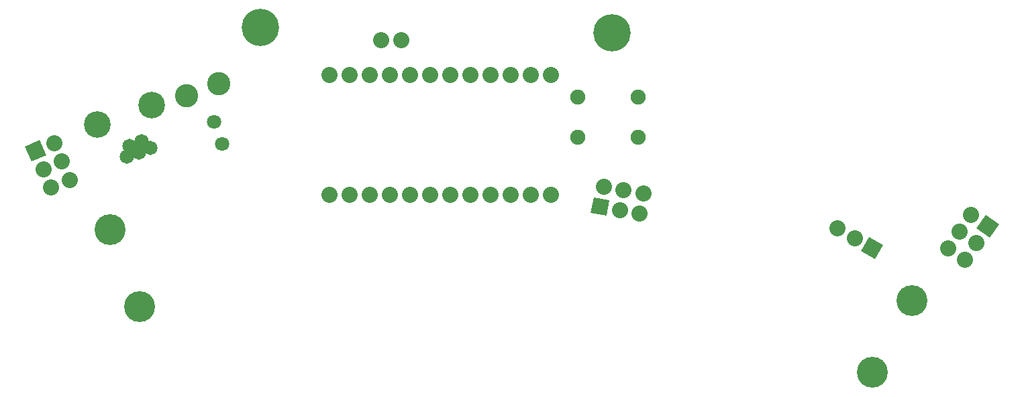
<source format=gbs>
G04 (created by PCBNEW-RS274X (2011-nov-30)-testing) date Mon 23 Apr 2012 04:49:46 PM EDT*
G01*
G70*
G90*
%MOIN*%
G04 Gerber Fmt 3.4, Leading zero omitted, Abs format*
%FSLAX34Y34*%
G04 APERTURE LIST*
%ADD10C,0.006000*%
%ADD11C,0.080000*%
%ADD12C,0.071200*%
%ADD13C,0.115300*%
%ADD14C,0.185400*%
%ADD15C,0.153900*%
%ADD16C,0.075000*%
%ADD17C,0.071400*%
%ADD18C,0.132200*%
G04 APERTURE END LIST*
G54D10*
G54D11*
X-18224Y46972D03*
X-18988Y48803D03*
X-18615Y47892D03*
X-19535Y47502D03*
X-19162Y46591D03*
G54D10*
G36*
X-19402Y48210D02*
X-20138Y47898D01*
X-20450Y48634D01*
X-19714Y48946D01*
X-19402Y48210D01*
X-19402Y48210D01*
G37*
G54D11*
X-02764Y53917D03*
X-01764Y53917D03*
G54D12*
X-11067Y49872D03*
X-10652Y48766D03*
G54D13*
X-10832Y51747D03*
X-12422Y51168D03*
G54D14*
X-08760Y54547D03*
X08720Y54311D03*
G54D15*
X-16241Y44488D03*
X23621Y40945D03*
X21653Y37402D03*
X-14765Y40650D03*
G54D11*
X05690Y46240D03*
X04690Y46240D03*
X03690Y46240D03*
X02690Y46240D03*
X01690Y46240D03*
X00690Y46240D03*
X-00310Y46240D03*
X-01310Y46240D03*
X-02310Y46240D03*
X-03310Y46240D03*
X-04310Y46240D03*
X-05310Y46240D03*
X05690Y52190D03*
X04690Y52190D03*
X03690Y52190D03*
X02690Y52190D03*
X01690Y52190D03*
X00690Y52190D03*
X-00310Y52190D03*
X-01310Y52190D03*
X-02310Y52190D03*
X-03310Y52190D03*
X-04310Y52190D03*
X-05310Y52190D03*
X10265Y46283D03*
X10091Y45298D03*
X09280Y46456D03*
X09106Y45472D03*
X08295Y46630D03*
G54D10*
G36*
X08584Y45969D02*
X08445Y45182D01*
X07658Y45321D01*
X07797Y46108D01*
X08584Y45969D01*
X08584Y45969D01*
G37*
G54D16*
X07023Y49098D03*
X07023Y51098D03*
X10023Y49098D03*
X10023Y51098D03*
G54D17*
X-14807Y48330D03*
X-15263Y48666D03*
X-14215Y48545D03*
X-14673Y48881D03*
G54D18*
X-14143Y50707D03*
X-16843Y49725D03*
G54D17*
X-15398Y48115D03*
G54D11*
X26252Y43005D03*
X25423Y43565D03*
X26812Y43834D03*
X25982Y44394D03*
G54D10*
G36*
X27479Y44108D02*
X26816Y44555D01*
X27263Y45218D01*
X27926Y44771D01*
X27479Y44108D01*
X27479Y44108D01*
G37*
G54D11*
X26542Y45223D03*
G54D10*
G36*
X22179Y43721D02*
X21779Y43029D01*
X21087Y43429D01*
X21487Y44121D01*
X22179Y43721D01*
X22179Y43721D01*
G37*
G54D11*
X20767Y44075D03*
X19901Y44575D03*
M02*

</source>
